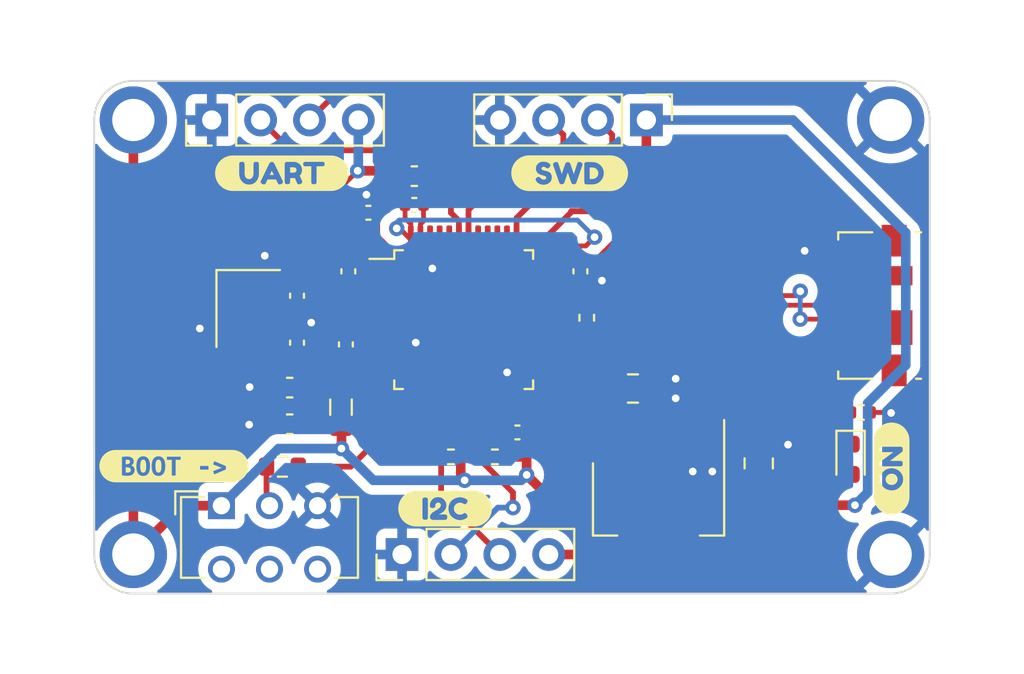
<source format=kicad_pcb>
(kicad_pcb (version 20221018) (generator pcbnew)
  (layers (0 "F.Cu" signal) (31 "B.Cu" signal) (34 "B.Paste" user) (35 "F.Paste" user) (36 "B.SilkS" user "B.Silkscreen") (37 "F.SilkS" user "F.Silkscreen") (38 "B.Mask" user) (39 "F.Mask" user) (44 "Edge.Cuts" user))
  (net 0 "")
  (net 1 "+3.3V")
  (net 2 "GND")
  (net 3 "/NRST")
  (net 4 "+3.3VA")
  (net 5 "/Crystal_OUT")
  (net 6 "/Crystal_IN")
  (net 7 "VBUS")
  (net 8 "/pwr_led_k")
  (net 9 "/USB_D-")
  (net 10 "/USB_D+")
  (net 13 "/SWDIO")
  (net 14 "/SWCLK")
  (net 15 "/USART_RX")
  (net 16 "/USART_TX")
  (net 17 "/I2C_SDA")
  (net 18 "/I2C_SCL")
  (net 19 "Net-(SW1-B)")
  (net 20 "Net-(U1-BOOT0)")
  (footprint "Resistor_SMD:R_0402_1005Metric" (layer "F.Cu") (at 110.744 93.218 180)
    (fp_text reference "R5" hide)
    (fp_text value "1k5")
    (pad "1" smd roundrect (at -0.51 0 180) (size 0.54 0.64) (layers "F.Cu" "F.Paste" "F.Mask") (net 1 "+3.3V"))
    (pad "2" smd roundrect (at 0.51 0 180) (size 0.54 0.64) (layers "F.Cu" "F.Paste" "F.Mask") (net 17 "/I2C_SDA"))
  )
  (footprint "Connector_PinHeader_2.54mm:PinHeader_1x04_P2.54mm_Vertical" (layer "F.Cu") (at 105.918 98.298 90)
    (fp_text reference "J4" hide)
    (fp_text value "Conn_01x04_Pin")
    (pad "1" thru_hole rect (at 0 0 90) (size 1.7 1.7) (drill 1) (layers "*.Cu" "*.Mask") (net 2 "GND"))
    (pad "2" thru_hole oval (at 0 2.54 90) (size 1.7 1.7) (drill 1) (layers "*.Cu" "*.Mask") (net 17 "/I2C_SDA"))
    (pad "3" thru_hole oval (at 0 5.08 90) (size 1.7 1.7) (drill 1) (layers "*.Cu" "*.Mask") (net 18 "/I2C_SCL"))
    (pad "4" thru_hole oval (at 0 7.62 90) (size 1.7 1.7) (drill 1) (layers "*.Cu" "*.Mask") (net 1 "+3.3V"))
  )
  (footprint "MountingHole:MountingHole_2.2mm_M2_ISO7380_Pad" (layer "F.Cu") (at 131.318 75.692)
    (fp_text reference "H3" hide)
    (fp_text value "MountingHole_Pad")
    (pad "1" thru_hole circle (at 0 0) (size 3.5 3.5) (drill 2.2) (layers "*.Cu" "*.Mask") (net 2 "GND"))
  )
  (footprint "Connector_USB:USB_Micro-B_Molex_47346-0001" (layer "F.Cu") (at 130.302 85.344 90)
    (fp_text reference "J1" hide)
    (fp_text value "USB_B_Micro")
    (pad "1" smd rect (at -1.3 -1.46 90) (size 0.45 1.38) (layers "F.Cu" "F.Paste" "F.Mask") (net 7 "VBUS"))
    (pad "2" smd rect (at -0.65 -1.46 90) (size 0.45 1.38) (layers "F.Cu" "F.Paste" "F.Mask") (net 9 "/USB_D-"))
    (pad "3" smd rect (at 0 -1.46 90) (size 0.45 1.38) (layers "F.Cu" "F.Paste" "F.Mask") (net 10 "/USB_D+"))
    (pad "4" smd rect (at 0.65 -1.46 90) (size 0.45 1.38) (layers "F.Cu" "F.Paste" "F.Mask"))
    (pad "5" smd rect (at 1.3 -1.46 90) (size 0.45 1.38) (layers "F.Cu" "F.Paste" "F.Mask") (net 2 "GND"))
    (pad "6" smd rect (at -3.375 1.2 90) (size 1.65 1.3) (layers "F.Cu" "F.Paste" "F.Mask"))
    (pad "6" smd rect (at -2.4875 -1.375 90) (size 1.425 1.55) (layers "F.Cu" "F.Paste" "F.Mask"))
    (pad "6" smd rect (at -1.15 1.2 90) (size 1.8 1.9) (layers "F.Cu" "F.Paste" "F.Mask"))
    (pad "6" smd rect (at 1.55 1.2 90) (size 1 1.9) (layers "F.Cu" "F.Paste" "F.Mask"))
    (pad "6" smd rect (at 2.4875 -1.375 90) (size 1.425 1.55) (layers "F.Cu" "F.Paste" "F.Mask"))
    (pad "6" smd rect (at 3.375 1.2 90) (size 1.65 1.3) (layers "F.Cu" "F.Paste" "F.Mask"))
  )
  (footprint "Resistor_SMD:R_0402_1005Metric" (layer "F.Cu") (at 129.7686 90.9066)
    (fp_text reference "R3" hide)
    (fp_text value "1k5")
    (pad "1" smd roundrect (at -0.51 0) (size 0.54 0.64) (layers "F.Cu" "F.Paste" "F.Mask") (net 8 "/pwr_led_k"))
    (pad "2" smd roundrect (at 0.51 0) (size 0.54 0.64) (layers "F.Cu" "F.Paste" "F.Mask") (net 2 "GND"))
  )
  (footprint "Capacitor_SMD:C_0402_1005Metric" (layer "F.Cu") (at 115.189 83.566 -90)
    (fp_text reference "C3" hide)
    (fp_text value "100n")
    (pad "1" smd roundrect (at -0.48 0 270) (size 0.56 0.62) (layers "F.Cu" "F.Paste" "F.Mask") (net 1 "+3.3V"))
    (pad "2" smd roundrect (at 0.48 0 270) (size 0.56 0.62) (layers "F.Cu" "F.Paste" "F.Mask") (net 2 "GND"))
  )
  (footprint "Inductor_SMD:L_0805_2012Metric" (layer "F.Cu") (at 102.743 90.6315 -90)
    (fp_text reference "FB1" hide)
    (fp_text value "120R")
    (pad "1" smd roundrect (at -1.0625 0 270) (size 0.875 1.2) (layers "F.Cu" "F.Paste" "F.Mask") (net 4 "+3.3VA"))
    (pad "2" smd roundrect (at 1.0625 0 270) (size 0.875 1.2) (layers "F.Cu" "F.Paste" "F.Mask") (net 1 "+3.3V"))
  )
  (footprint "Capacitor_SMD:C_0603_1608Metric" (layer "F.Cu") (at 100.076 89.6155 180)
    (fp_text reference "C8" hide)
    (fp_text value "1u")
    (pad "1" smd roundrect (at -0.775 0 180) (size 0.9 0.95) (layers "F.Cu" "F.Paste" "F.Mask") (net 4 "+3.3VA"))
    (pad "2" smd roundrect (at 0.775 0 180) (size 0.9 0.95) (layers "F.Cu" "F.Paste" "F.Mask") (net 2 "GND"))
  )
  (footprint "Capacitor_SMD:C_0603_1608Metric" (layer "F.Cu") (at 100.076 91.5205 180)
    (fp_text reference "C9" hide)
    (fp_text value "1u")
    (pad "1" smd roundrect (at -0.775 0 180) (size 0.9 0.95) (layers "F.Cu" "F.Paste" "F.Mask") (net 1 "+3.3V"))
    (pad "2" smd roundrect (at 0.775 0 180) (size 0.9 0.95) (layers "F.Cu" "F.Paste" "F.Mask") (net 2 "GND"))
  )
  (footprint "kibuzzard-653AD947" (layer "F.Cu") (at 114.6302 78.4606)
    (fp_text reference "kibuzzard-653AD947" hide)
    (fp_text value "G***" hide)
  )
  (footprint "Package_QFP:LQFP-48_7x7mm_P0.5mm" (layer "F.Cu") (at 109.1215 86.078)
    (fp_text reference "U1" hide)
    (fp_text value "STM32F103C8T6")
    (pad "1" smd roundrect (at -4.1625 -2.75) (size 1.475 0.3) (layers "F.Cu" "F.Paste" "F.Mask") (net 1 "+3.3V"))
    (pad "2" smd roundrect (at -4.1625 -2.25) (size 1.475 0.3) (layers "F.Cu" "F.Paste" "F.Mask"))
    (pad "3" smd roundrect (at -4.1625 -1.75) (size 1.475 0.3) (layers "F.Cu" "F.Paste" "F.Mask"))
    (pad "4" smd roundrect (at -4.1625 -1.25) (size 1.475 0.3) (layers "F.Cu" "F.Paste" "F.Mask"))
    (pad "5" smd roundrect (at -4.1625 -0.75) (size 1.475 0.3) (layers "F.Cu" "F.Paste" "F.Mask") (net 6 "/Crystal_IN"))
    (pad "6" smd roundrect (at -4.1625 -0.25) (size 1.475 0.3) (layers "F.Cu" "F.Paste" "F.Mask") (net 5 "/Crystal_OUT"))
    (pad "7" smd roundrect (at -4.1625 0.25) (size 1.475 0.3) (layers "F.Cu" "F.Paste" "F.Mask") (net 3 "/NRST"))
    (pad "8" smd roundrect (at -4.1625 0.75) (size 1.475 0.3) (layers "F.Cu" "F.Paste" "F.Mask") (net 2 "GND"))
    (pad "9" smd roundrect (at -4.1625 1.25) (size 1.475 0.3) (layers "F.Cu" "F.Paste" "F.Mask") (net 4 "+3.3VA"))
    (pad "10" smd roundrect (at -4.1625 1.75) (size 1.475 0.3) (layers "F.Cu" "F.Paste" "F.Mask"))
    (pad "11" smd roundrect (at -4.1625 2.25) (size 1.475 0.3) (layers "F.Cu" "F.Paste" "F.Mask"))
    (pad "12" smd roundrect (at -4.1625 2.75) (size 1.475 0.3) (layers "F.Cu" "F.Paste" "F.Mask"))
    (pad "13" smd roundrect (at -2.75 4.1625) (size 0.3 1.475) (layers "F.Cu" "F.Paste" "F.Mask"))
    (pad "14" smd roundrect (at -2.25 4.1625) (size 0.3 1.475) (layers "F.Cu" "F.Paste" "F.Mask"))
    (pad "15" smd roundrect (at -1.75 4.1625) (size 0.3 1.475) (layers "F.Cu" "F.Paste" "F.Mask"))
    (pad "16" smd roundrect (at -1.25 4.1625) (size 0.3 1.475) (layers "F.Cu" "F.Paste" "F.Mask"))
    (pad "17" smd roundrect (at -0.75 4.1625) (size 0.3 1.475) (layers "F.Cu" "F.Paste" "F.Mask"))
    (pad "18" smd roundrect (at -0.25 4.1625) (size 0.3 1.475) (layers "F.Cu" "F.Paste" "F.Mask"))
    (pad "19" smd roundrect (at 0.25 4.1625) (size 0.3 1.475) (layers "F.Cu" "F.Paste" "F.Mask"))
    (pad "20" smd roundrect (at 0.75 4.1625) (size 0.3 1.475) (layers "F.Cu" "F.Paste" "F.Mask"))
    (pad "21" smd roundrect (at 1.25 4.1625) (size 0.3 1.475) (layers "F.Cu" "F.Paste" "F.Mask") (net 18 "/I2C_SCL"))
    (pad "22" smd roundrect (at 1.75 4.1625) (size 0.3 1.475) (layers "F.Cu" "F.Paste" "F.Mask") (net 17 "/I2C_SDA"))
    (pad "23" smd roundrect (at 2.25 4.1625) (size 0.3 1.475) (layers "F.Cu" "F.Paste" "F.Mask") (net 2 "GND"))
    (pad "24" smd roundrect (at 2.75 4.1625) (size 0.3 1.475) (layers "F.Cu" "F.Paste" "F.Mask") (net 1 "+3.3V"))
    (pad "25" smd roundrect (at 4.1625 2.75) (size 1.475 0.3) (layers "F.Cu" "F.Paste" "F.Mask"))
    (pad "26" smd roundrect (at 4.1625 2.25) (size 1.475 0.3) (layers "F.Cu" "F.Paste" "F.Mask"))
    (pad "27" smd roundrect (at 4.1625 1.75) (size 1.475 0.3) (layers "F.Cu" "F.Paste" "F.Mask"))
    (pad "28" smd roundrect (at 4.1625 1.25) (size 1.475 0.3) (layers "F.Cu" "F.Paste" "F.Mask"))
    (pad "29" smd roundrect (at 4.1625 0.75) (size 1.475 0.3) (layers "F.Cu" "F.Paste" "F.Mask"))
    (pad "30" smd roundrect (at 4.1625 0.25) (size 1.475 0.3) (layers "F.Cu" "F.Paste" "F.Mask"))
    (pad "31" smd roundrect (at 4.1625 -0.25) (size 1.475 0.3) (layers "F.Cu" "F.Paste" "F.Mask"))
    (pad "32" smd roundrect (at 4.1625 -0.75) (size 1.475 0.3) (layers "F.Cu" "F.Paste" "F.Mask") (net 10 "/USB_D+"))
    (pad "33" smd roundrect (at 4.1625 -1.25) (size 1.475 0.3) (layers "F.Cu" "F.Paste" "F.Mask") (net 9 "/USB_D-"))
    (pad "34" smd roundrect (at 4.1625 -1.75) (size 1.475 0.3) (layers "F.Cu" "F.Paste" "F.Mask") (net 13 "/SWDIO"))
    (pad "35" smd roundrect (at 4.1625 -2.25) (size 1.475 0.3) (layers "F.Cu" "F.Paste" "F.Mask") (net 2 "GND"))
    (pad "36" smd roundrect (at 4.1625 -2.75) (size 1.475 0.3) (layers "F.Cu" "F.Paste" "F.Mask") (net 1 "+3.3V"))
    (pad "37" smd roundrect (at 2.75 -4.1625) (size 0.3 1.475) (layers "F.Cu" "F.Paste" "F.Mask") (net 14 "/SWCLK"))
    (pad "38" smd roundrect (at 2.25 -4.1625) (size 0.3 1.475) (layers "F.Cu" "F.Paste" "F.Mask"))
    (pad "39" smd roundrect (at 1.75 -4.1625) (size 0.3 1.475) (layers "F.Cu" "F.Paste" "F.Mask"))
    (pad "40" smd roundrect (at 1.25 -4.1625) (size 0.3 1.475) (layers "F.Cu" "F.Paste" "F.Mask"))
    (pad "41" smd roundrect (at 0.75 -4.1625) (size 0.3 1.475) (layers "F.Cu" "F.Paste" "F.Mask"))
    (pad "42" smd roundrect (at 0.25 -4.1625) (size 0.3 1.475) (layers "F.Cu" "F.Paste" "F.Mask") (net 16 "/USART_TX"))
    (pad "43" smd roundrect (at -0.25 -4.1625) (size 0.3 1.475) (layers "F.Cu" "F.Paste" "F.Mask") (net 15 "/USART_RX"))
    (pad "44" smd roundrect (at -0.75 -4.1625) (size 0.3 1.475) (layers "F.Cu" "F.Paste" "F.Mask") (net 20 "Net-(U1-BOOT0)"))
    (pad "45" smd roundrect (at -1.25 -4.1625) (size 0.3 1.475) (layers "F.Cu" "F.Paste" "F.Mask"))
    (pad "46" smd roundrect (at -1.75 -4.1625) (size 0.3 1.475) (layers "F.Cu" "F.Paste" "F.Mask"))
    (pad "47" smd roundrect (at -2.25 -4.1625) (size 0.3 1.475) (layers "F.Cu" "F.Paste" "F.Mask") (net 2 "GND"))
    (pad "48" smd roundrect (at -2.75 -4.1625) (size 0.3 1.475) (layers "F.Cu" "F.Paste" "F.Mask") (net 1 "+3.3V"))
  )
  (footprint "Capacitor_SMD:C_0402_1005Metric" (layer "F.Cu") (at 100.457 87.277 90)
    (fp_text reference "C10" hide)
    (fp_text value "10p")
    (pad "1" smd roundrect (at -0.48 0 90) (size 0.56 0.62) (layers "F.Cu" "F.Paste" "F.Mask") (net 5 "/Crystal_OUT"))
    (pad "2" smd roundrect (at 0.48 0 90) (size 0.56 0.62) (layers "F.Cu" "F.Paste" "F.Mask") (net 2 "GND"))
  )
  (footprint "kibuzzard-653AD9F9" (layer "F.Cu") (at 131.3688 93.8276 90)
    (fp_text reference "kibuzzard-653AD9F9" hide)
    (fp_text value "G***" hide)
  )
  (footprint "Capacitor_SMD:C_0805_2012Metric" (layer "F.Cu") (at 117.922 89.662)
    (fp_text reference "C12" hide)
    (fp_text value "22u")
    (pad "1" smd roundrect (at -0.95 0) (size 1 1.45) (layers "F.Cu" "F.Paste" "F.Mask") (net 7 "VBUS"))
    (pad "2" smd roundrect (at 0.95 0) (size 1 1.45) (layers "F.Cu" "F.Paste" "F.Mask") (net 2 "GND"))
  )
  (footprint "Capacitor_SMD:C_0402_1005Metric" (layer "F.Cu") (at 102.997 87.368 90)
    (fp_text reference "C7" hide)
    (fp_text value "10n")
    (pad "1" smd roundrect (at -0.48 0 90) (size 0.56 0.62) (layers "F.Cu" "F.Paste" "F.Mask") (net 4 "+3.3VA"))
    (pad "2" smd roundrect (at 0.48 0 90) (size 0.56 0.62) (layers "F.Cu" "F.Paste" "F.Mask") (net 2 "GND"))
  )
  (footprint "Resistor_SMD:R_0603_1608Metric" (layer "F.Cu") (at 99.695 93.726)
    (fp_text reference "R1" hide)
    (fp_text value "10K")
    (pad "1" smd roundrect (at -0.825 0) (size 0.8 0.95) (layers "F.Cu" "F.Paste" "F.Mask") (net 19 "Net-(SW1-B)"))
    (pad "2" smd roundrect (at 0.825 0) (size 0.8 0.95) (layers "F.Cu" "F.Paste" "F.Mask") (net 20 "Net-(U1-BOOT0)"))
  )
  (footprint "Resistor_SMD:R_0402_1005Metric" (layer "F.Cu") (at 115.5192 85.979 90)
    (fp_text reference "R2" hide)
    (fp_text value "1k5")
    (pad "1" smd roundrect (at -0.51 0 90) (size 0.54 0.64) (layers "F.Cu" "F.Paste" "F.Mask") (net 1 "+3.3V"))
    (pad "2" smd roundrect (at 0.51 0 90) (size 0.54 0.64) (layers "F.Cu" "F.Paste" "F.Mask") (net 10 "/USB_D+"))
  )
  (footprint "kibuzzard-653AD99E" (layer "F.Cu") (at 108.1532 95.9104)
    (fp_text reference "kibuzzard-653AD99E" hide)
    (fp_text value "G***" hide)
  )
  (footprint "LED_SMD:LED_0603_1608Metric" (layer "F.Cu") (at 129.2352 93.3451 -90)
    (fp_text reference "D1" hide)
    (fp_text value "LED")
    (pad "1" smd roundrect (at -0.7875 0 270) (size 0.875 0.95) (layers "F.Cu" "F.Paste" "F.Mask") (net 8 "/pwr_led_k"))
    (pad "2" smd roundrect (at 0.7875 0 270) (size 0.875 0.95) (layers "F.Cu" "F.Paste" "F.Mask") (net 1 "+3.3V"))
  )
  (footprint "Capacitor_SMD:C_0402_1005Metric" (layer "F.Cu") (at 100.457 84.836 90)
    (fp_text reference "C11" hide)
    (fp_text value "10p")
    (pad "1" smd roundrect (at -0.48 0 90) (size 0.56 0.62) (layers "F.Cu" "F.Paste" "F.Mask") (net 6 "/Crystal_IN"))
    (pad "2" smd roundrect (at 0.48 0 90) (size 0.56 0.62) (layers "F.Cu" "F.Paste" "F.Mask") (net 2 "GND"))
  )
  (footprint "Connector_PinHeader_2.54mm:PinHeader_1x04_P2.54mm_Vertical" (layer "F.Cu") (at 96.022 75.692 90)
    (fp_text reference "J3" hide)
    (fp_text value "Conn_01x04_Pin")
    (pad "1" thru_hole rect (at 0 0 90) (size 1.7 1.7) (drill 1) (layers "*.Cu" "*.Mask") (net 2 "GND"))
    (pad "2" thru_hole oval (at 0 2.54 90) (size 1.7 1.7) (drill 1) (layers "*.Cu" "*.Mask") (net 15 "/USART_RX"))
    (pad "3" thru_hole oval (at 0 5.08 90) (size 1.7 1.7) (drill 1) (layers "*.Cu" "*.Mask") (net 16 "/USART_TX"))
    (pad "4" thru_hole oval (at 0 7.62 90) (size 1.7 1.7) (drill 1) (layers "*.Cu" "*.Mask") (net 1 "+3.3V"))
  )
  (footprint "Capacitor_SMD:C_0402_1005Metric" (layer "F.Cu") (at 111.915 91.948 180)
    (fp_text reference "C1" hide)
    (fp_text value "100n")
    (pad "1" smd roundrect (at -0.48 0 180) (size 0.56 0.62) (layers "F.Cu" "F.Paste" "F.Mask") (net 1 "+3.3V"))
    (pad "2" smd roundrect (at 0.48 0 180) (size 0.56 0.62) (layers "F.Cu" "F.Paste" "F.Mask") (net 2 "GND"))
  )
  (footprint "Package_TO_SOT_SMD:SOT-223-3_TabPin2" (layer "F.Cu") (at 119.253 95.402 -90)
    (fp_text reference "U2" hide)
    (fp_text value "AMS1117-3.3")
    (pad "1" smd rect (at -3.15 -2.3 270) (size 2 1.5) (layers "F.Cu" "F.Paste" "F.Mask") (net 2 "GND"))
    (pad "2" smd rect (at -3.15 0 270) (size 2 1.5) (layers "F.Cu" "F.Paste" "F.Mask") (net 1 "+3.3V"))
    (pad "2" smd rect (at 3.15 0 270) (size 2 3.8) (layers "F.Cu" "F.Paste" "F.Mask") (net 1 "+3.3V"))
    (pad "3" smd rect (at -3.15 2.3 270) (size 2 1.5) (layers "F.Cu" "F.Paste" "F.Mask") (net 7 "VBUS"))
  )
  (footprint "MountingHole:MountingHole_2.2mm_M2_ISO7380_Pad" (layer "F.Cu") (at 131.318 98.298)
    (fp_text reference "H4" hide)
    (fp_text value "MountingHole_Pad")
    (pad "1" thru_hole circle (at 0 0) (size 3.5 3.5) (drill 2.2) (layers "*.Cu" "*.Mask") (net 2 "GND"))
  )
  (footprint "Capacitor_SMD:C_0402_1005Metric" (layer "F.Cu") (at 104.168 80.518 180)
    (fp_text reference "C6" hide)
    (fp_text value "100n")
    (pad "1" smd roundrect (at -0.48 0 180) (size 0.56 0.62) (layers "F.Cu" "F.Paste" "F.Mask") (net 3 "/NRST"))
    (pad "2" smd roundrect (at 0.48 0 180) (size 0.56 0.62) (layers "F.Cu" "F.Paste" "F.Mask") (net 2 "GND"))
  )
  (footprint "Resistor_SMD:R_0402_1005Metric" (layer "F.Cu") (at 108.458 93.218 180)
    (fp_text reference "R4" hide)
    (fp_text value "1k5")
    (pad "1" smd roundrect (at -0.51 0 180) (size 0.54 0.64) (layers "F.Cu" "F.Paste" "F.Mask") (net 1 "+3.3V"))
    (pad "2" smd roundrect (at 0.51 0 180) (size 0.54 0.64) (layers "F.Cu" "F.Paste" "F.Mask") (net 18 "/I2C_SCL"))
  )
  (footprint "Crystal:Crystal_SMD_3225-4Pin_3.2x2.5mm" (layer "F.Cu") (at 97.917 85.499 -90)
    (fp_text reference "Y1" hide)
    (fp_text value "16MHz")
    (pad "1" smd rect (at -1.1 0.85 270) (size 1.4 1.2) (layers "F.Cu" "F.Paste" "F.Mask") (net 6 "/Crystal_IN"))
    (pad "2" smd rect (at 1.1 0.85 270) (size 1.4 1.2) (layers "F.Cu" "F.Paste" "F.Mask") (net 2 "GND"))
    (pad "3" smd rect (at 1.1 -0.85 270) (size 1.4 1.2) (layers "F.Cu" "F.Paste" "F.Mask") (net 5 "/Crystal_OUT"))
    (pad "4" smd rect (at -1.1 -0.85 270) (size 1.4 1.2) (layers "F.Cu" "F.Paste" "F.Mask") (net 2 "GND"))
  )
  (footprint "Button_Switch_THT:SW_CuK_JS202011AQN_DPDT_Angled" (layer "F.Cu") (at 96.5255 95.76)
    (fp_text reference "SW1" hide)
    (fp_text value "SW_SPDT")
    (pad "1" thru_hole rect (at 0 0) (size 1.4 1.4) (drill 0.9) (layers "*.Cu" "*.Mask") (net 1 "+3.3V"))
    (pad "2" thru_hole circle (at 2.5 0) (size 1.4 1.4) (drill 0.9) (layers "*.Cu" "*.Mask") (net 19 "Net-(SW1-B)"))
    (pad "3" thru_hole circle (at 5 0) (size 1.4 1.4) (drill 0.9) (layers "*.Cu" "*.Mask") (net 2 "GND"))
    (pad "4" thru_hole circle (at 0 3.3) (size 1.4 1.4) (drill 0.9) (layers "*.Cu" "*.Mask"))
    (pad "5" thru_hole circle (at 2.5 3.3) (size 1.4 1.4) (drill 0.9) (layers "*.Cu" "*.Mask"))
    (pad "6" thru_hole circle (at 5 3.3) (size 1.4 1.4) (drill 0.9) (layers "*.Cu" "*.Mask"))
  )
  (footprint "Capacitor_SMD:C_0402_1005Metric" (layer "F.Cu") (at 103.124 83.566 -90)
    (fp_text reference "C4" hide)
    (fp_text value "100n")
    (pad "1" smd roundrect (at -0.48 0 270) (size 0.56 0.62) (layers "F.Cu" "F.Paste" "F.Mask") (net 1 "+3.3V"))
    (pad "2" smd roundrect (at 0.48 0 270) (size 0.56 0.62) (layers "F.Cu" "F.Paste" "F.Mask") (net 2 "GND"))
  )
  (footprint "MountingHole:MountingHole_2.2mm_M2_ISO7380_Pad" (layer "F.Cu") (at 91.948 98.298)
    (fp_text reference "H2" hide)
    (fp_text value "MountingHole_Pad")
    (pad "1" thru_hole circle (at 0 0) (size 3.5 3.5) (drill 2.2) (layers "*.Cu" "*.Mask") (net 1 "+3.3V"))
  )
  (footprint "MountingHole:MountingHole_2.2mm_M2_ISO7380_Pad" (layer "F.Cu") (at 91.948 75.692)
    (fp_text reference "H1" hide)
    (fp_text value "MountingHole_Pad")
    (pad "1" thru_hole circle (at 0 0) (size 3.5 3.5) (drill 2.2) (layers "*.Cu" "*.Mask") (net 1 "+3.3V"))
  )
  (footprint "kibuzzard-653ADAE2" (layer "F.Cu") (at 94.0562 93.7006)
    (fp_text reference "kibuzzard-653ADAE2" hide)
    (fp_text value "G***" hide)
  )
  (footprint "Connector_PinHeader_2.54mm:PinHeader_1x04_P2.54mm_Vertical" (layer "F.Cu") (at 118.618 75.692 -90)
    (fp_text reference "J2" hide)
    (fp_text value "Conn_01x04_Pin")
    (pad "1" thru_hole rect (at 0 0 270) (size 1.7 1.7) (drill 1) (layers "*.Cu" "*.Mask") (net 1 "+3.3V"))
    (pad "2" thru_hole oval (at 0 2.54 270) (size 1.7 1.7) (drill 1) (layers "*.Cu" "*.Mask") (net 13 "/SWDIO"))
    (pad "3" thru_hole oval (at 0 5.08 270) (size 1.7 1.7) (drill 1) (layers "*.Cu" "*.Mask") (net 14 "/SWCLK"))
    (pad "4" thru_hole oval (at 0 7.62 270) (size 1.7 1.7) (drill 1) (layers "*.Cu" "*.Mask") (net 2 "GND"))
  )
  (footprint "Capacitor_SMD:C_0402_1005Metric" (layer "F.Cu") (at 106.553 80.109)
    (fp_text reference "C2" hide)
    (fp_text value "100n")
    (pad "1" smd roundrect (at -0.48 0) (size 0.56 0.62) (layers "F.Cu" "F.Paste" "F.Mask") (net 1 "+3.3V"))
    (pad "2" smd roundrect (at 0.48 0) (size 0.56 0.62) (layers "F.Cu" "F.Paste" "F.Mask") (net 2 "GND"))
  )
  (footprint "Capacitor_SMD:C_0603_1608Metric" (layer "F.Cu") (at 106.553 78.613)
    (fp_text reference "C5" hide)
    (fp_text value "10u")
    (pad "1" smd roundrect (at -0.775 0) (size 0.9 0.95) (layers "F.Cu" "F.Paste" "F.Mask") (net 1 "+3.3V"))
    (pad "2" smd roundrect (at 0.775 0) (size 0.9 0.95) (layers "F.Cu" "F.Paste" "F.Mask") (net 2 "GND"))
  )
  (footprint "kibuzzard-653AD972" (layer "F.Cu") (at 99.6696 78.4606)
    (fp_text reference "kibuzzard-653AD972" hide)
    (fp_text value "G***" hide)
  )
  (footprint "Capacitor_SMD:C_0805_2012Metric" (layer "F.Cu") (at 124.46 93.558 90)
    (fp_text reference "C13" hide)
    (fp_text value "22u")
    (pad "1" smd roundrect (at -0.95 0 90) (size 1 1.45) (layers "F.Cu" "F.Paste" "F.Mask") (net 1 "+3.3V"))
    (pad "2" smd roundrect (at 0.95 0 90) (size 1 1.45) (layers "F.Cu" "F.Paste" "F.Mask") (net 2 "GND"))
  )
  (gr_line (start 133.35 75.692) (end 133.35 98.298) (stroke (width 0.1)) (layer "Edge.Cuts"))
  (gr_arc (start 89.912036 75.692) (mid 90.464134 74.29798) (end 91.821 73.660001) (stroke (width 0.1)) (layer "Edge.Cuts"))
  (gr_arc (start 91.860841 100.33) (mid 90.479346 99.705009) (end 89.914132 98.298) (stroke (width 0.1)) (layer "Edge.Cuts"))
  (gr_arc (start 131.445 73.660001) (mid 132.801866 74.29798) (end 133.353964 75.692) (stroke (width 0.1)) (layer "Edge.Cuts"))
  (gr_line (start 91.821 73.66) (end 131.445 73.66) (stroke (width 0.1)) (layer "Edge.Cuts"))
  (gr_line (start 89.914132 98.298) (end 89.912036 75.692) (stroke (width 0.1)) (layer "Edge.Cuts"))
  (gr_line (start 131.318 100.33) (end 91.860841 100.33) (stroke (width 0.1)) (layer "Edge.Cuts"))
  (gr_arc (start 133.35 98.298) (mid 132.754841 99.734841) (end 131.318 100.33) (stroke (width 0.1)) (layer "Edge.Cuts"))
  (segment (start 101.0245 91.694) (end 100.851 91.5205) (width 0.5) (layer "F.Cu") (net 1))
  (segment (start 104.156 83.328) (end 103.914 83.086) (width 0.25) (layer "F.Cu") (net 1))
  (segment (start 96.5255 95.76) (end 94.486 95.76) (width 0.5) (layer "F.Cu") (net 1))
  (segment (start 123.718 95.25) (end 119.38 95.25) (width 0.5) (layer "F.Cu") (net 1))
  (segment (start 115.5192 89.916) (end 113.4872 91.948) (width 0.5) (layer "F.Cu") (net 1))
  (segment (start 115.5192 86.489) (end 115.5192 89.916) (width 0.5) (layer "F.Cu") (net 1))
  (segment (start 127.4572 95.7326) (end 126.8476 95.123) (width 0.5) (layer "F.Cu") (net 1))
  (segment (start 119.253 95.123) (end 119.253 92.252) (width 0.5) (layer "F.Cu") (net 1))
  (segment (start 118.618 80.518) (end 116.05 83.086) (width 0.5) (layer "F.Cu") (net 1))
  (segment (start 113.538 98.298) (end 118.999 98.298) (width 0.5) (layer "F.Cu") (net 1))
  (segment (start 125.7808 96.4184) (end 114.6556 96.4184) (width 0.5) (layer "F.Cu") (net 1))
  (segment (start 108.968 93.218) (end 108.968 94.236) (width 0.5) (layer "F.Cu") (net 1))
  (segment (start 124.46 94.508) (end 126.8476 94.508) (width 0.5) (layer "F.Cu") (net 1))
  (segment (start 108.968 94.236) (end 109.1692 94.4372) (width 0.5) (layer "F.Cu") (net 1))
  (segment (start 105.7868 81.3308) (end 106.3715 81.9155) (width 0.25) (layer "F.Cu") (net 1))
  (segment (start 119.253 95.123) (end 119.253 98.552) (width 0.5) (layer "F.Cu") (net 1))
  (segment (start 104.959 82.8864) (end 103.5304 81.4578) (width 0.25) (layer "F.Cu") (net 1))
  (segment (start 116.05 83.086) (end 115.189 83.086) (width 0.5) (layer "F.Cu") (net 1))
  (segment (start 115.4684 82.2452) (end 114.3668 82.2452) (width 0.25) (layer "F.Cu") (net 1))
  (segment (start 105.778 78.613) (end 105.778 79.814) (width 0.5) (layer "F.Cu") (net 1))
  (segment (start 114.3668 82.2452) (end 113.284 83.328) (width 0.25) (layer "F.Cu") (net 1))
  (segment (start 114.272 83.086) (end 115.189 83.086) (width 0.25) (layer "F.Cu") (net 1))
  (segment (start 106.073 80.8) (end 106.073 80.109) (width 0.25) (layer "F.Cu") (net 1))
  (segment (start 118.999 98.298) (end 119.253 98.552) (width 0.5) (layer "F.Cu") (net 1))
  (segment (start 126.8476 95.3516) (end 125.7808 96.4184) (width 0.5) (layer "F.Cu") (net 1))
  (segment (start 128.8598 94.508) (end 129.2352 94.1326) (width 0.5) (layer "F.Cu") (net 1))
  (segment (start 113.284 83.328) (end 114.03 83.328) (width 0.25) (layer "F.Cu") (net 1))
  (segment (start 102.87 81.4578) (end 102.87 79.0702) (width 0.25) (layer "F.Cu") (net 1))
  (segment (start 105.778 79.814) (end 106.073 80.109) (width 0.5) (layer "F.Cu") (net 1))
  (segment (start 112.395 94.1578) (end 112.395 93.2688) (width 0.5) (layer "F.Cu") (net 1))
  (segment (start 102.743 91.694) (end 101.0245 91.694) (width 0.5) (layer "F.Cu") (net 1))
  (segment (start 112.395 93.2688) (end 112.395 91.948) (width 0.5) (layer "F.Cu") (net 1))
  (segment (start 126.8476 94.508) (end 128.8598 94.508) (width 0.5) (layer "F.Cu") (net 1))
  (segment (start 111.8715 91.0435) (end 112.395 91.567) (width 0.3) (layer "F.Cu") (net 1))
  (segment (start 126.8476 94.508) (end 126.8476 95.123) (width 0.5) (layer "F.Cu") (net 1))
  (segment (start 103.6066 78.3336) (end 105.4986 78.3336) (width 0.5) (layer "F.Cu") (net 1))
  (segment (start 106.3715 81.0985) (end 106.073 80.8) (width 0.25) (layer "F.Cu") (net 1))
  (segment (start 105.4986 78.3336) (end 105.778 78.613) (width 0.5) (layer "F.Cu") (net 1))
  (segment (start 111.254 93.218) (end 112.3442 93.218) (width 0.5) (layer "F.Cu") (net 1))
  (segment (start 126.8476 95.123) (end 126.8476 95.3516) (width 0.5) (layer "F.Cu") (net 1))
  (segment (start 129.4638 95.7326) (end 127.4572 95.7326) (width 0.5) (layer "F.Cu") (net 1))
  (segment (start 113.8776 83.328) (end 113.284 83.328) (width 0.25) (layer "F.Cu") (net 1))
  (segment (start 102.7684 92.7862) (end 102.7684 91.7194) (width 0.5) (layer "F.Cu") (net 1))
  (segment (start 115.9256 81.788) (end 115.4684 82.2452) (width 0.25) (layer "F.Cu") (net 1))
  (segment (start 103.5304 81.4578) (end 102.87 81.4578) (width 0.25) (layer "F.Cu") (net 1))
  (segment (start 102.87 79.0702) (end 103.6066 78.3336) (width 0.25) (layer "F.Cu") (net 1))
  (segment (start 114.6556 96.4184) (end 112.395 94.1578) (width 0.5) (layer "F.Cu") (net 1))
  (segment (start 114.03 83.328) (end 114.272 83.086) (width 0.25) (layer "F.Cu") (net 1))
  (segment (start 102.7684 91.7194) (end 102.743 91.694) (width 0.5) (layer "F.Cu") (net 1))
  (segment (start 119.38 95.25) (end 119.253 95.123) (width 0.5) (layer "F.Cu") (net 1))
  (segment (start 113.4872 91.948) (end 112.395 91.948) (width 0.5) (layer "F.Cu") (net 1))
  (segment (start 118.618 75.692) (end 118.618 80.518) (width 0.5) (layer "F.Cu") (net 1))
  (segment (start 105.6386 81.3308) (end 105.7868 81.3308) (width 0.25) (layer "F.Cu") (net 1))
  (segment (start 112.395 91.567) (end 112.395 91.948) (width 0.3) (layer "F.Cu") (net 1))
  (segment (start 106.3715 81.9155) (end 106.3715 81.0985) (width 0.25) (layer "F.Cu") (net 1))
  (segment (start 94.486 95.76) (end 91.948 98.298) (width 0.5) (layer "F.Cu") (net 1))
  (segment (start 124.46 94.508) (end 123.718 95.25) (width 0.5) (layer "F.Cu") (net 1))
  (segment (start 112.3442 93.218) (end 112.395 93.2688) (width 0.5) (layer "F.Cu") (net 1))
  (segment (start 104.959 83.328) (end 104.959 82.8864) (width 0.25) (layer "F.Cu") (net 1))
  (segment (start 103.914 83.086) (end 103.124 83.086) (width 0.25) (layer "F.Cu") (net 1))
  (segment (start 104.959 83.328) (end 104.156 83.328) (width 0.25) (layer "F.Cu") (net 1))
  (segment (start 91.948 98.298) (end 91.948 75.692) (width 0.5) (layer "F.Cu") (net 1))
  (segment (start 111.8715 90.2405) (end 111.8715 91.0435) (width 0.3) (layer "F.Cu") (net 1))
  (via (at 109.1692 94.4372) (size 0.8) (drill 0.4) (layers "F.Cu" "B.Cu") (net 1))
  (via (at 129.4638 95.7326) (size 0.8) (drill 0.4) (layers "F.Cu" "B.Cu") (net 1))
  (via (at 103.6066 78.3336) (size 0.8) (drill 0.4) (layers "F.Cu" "B.Cu") (net 1))
  (via (at 105.6386 81.3308) (size 0.8) (drill 0.4) (layers "F.Cu" "B.Cu") (net 1))
  (via (at 112.395 94.1578) (size 0.8) (drill 0.4) (layers "F.Cu" "B.Cu") (net 1))
  (via (at 102.7684 92.7862) (size 0.8) (drill 0.4) (layers "F.Cu" "B.Cu") (net 1))
  (via (at 115.9256 81.788) (size 0.8) (drill 0.4) (layers "F.Cu" "B.Cu") (net 1))
  (segment (start 126.238 75.692) (end 118.618 75.692) (width 0.5) (layer "B.Cu") (net 1))
  (segment (start 130.1242 90.424) (end 132.1054 88.4428) (width 0.5) (layer "B.Cu") (net 1))
  (segment (start 109.1692 94.4372) (end 104.4194 94.4372) (width 0.5) (layer "B.Cu") (net 1))
  (segment (start 132.1054 81.5594) (end 126.238 75.692) (width 0.5) (layer "B.Cu") (net 1))
  (segment (start 115.0366 80.899) (end 115.9256 81.788) (width 0.25) (layer "B.Cu") (net 1))
  (segment (start 105.6386 81.026) (end 105.7656 80.899) (width 0.25) (layer "B.Cu") (net 1))
  (segment (start 103.642 78.2982) (end 103.6066 78.3336) (width 0.5) (layer "B.Cu") (net 1))
  (segment (start 132.1054 88.4428) (end 132.1054 81.5594) (width 0.5) (layer "B.Cu") (net 1))
  (segment (start 103.642 75.692) (end 103.642 78.2982) (width 0.5) (layer "B.Cu") (net 1))
  (segment (start 109.1692 94.4372) (end 112.1156 94.4372) (width 0.5) (layer "B.Cu") (net 1))
  (segment (start 104.4194 94.4372) (end 102.7684 92.7862) (width 0.5) (layer "B.Cu") (net 1))
  (segment (start 112.1156 94.4372) (end 112.395 94.1578) (width 0.5) (layer "B.Cu") (net 1))
  (segment (start 105.7656 80.899) (end 115.0366 80.899) (width 0.25) (layer "B.Cu") (net 1))
  (segment (start 99.4993 92.7862) (end 96.5255 95.76) (width 0.5) (layer "B.Cu") (net 1))
  (segment (start 105.6386 81.3308) (end 105.6386 81.026) (width 0.25) (layer "B.Cu") (net 1))
  (segment (start 130.1242 95.0722) (end 130.1242 90.424) (width 0.5) (layer "B.Cu") (net 1))
  (segment (start 102.7684 92.7862) (end 99.4993 92.7862) (width 0.5) (layer "B.Cu") (net 1))
  (segment (start 129.4638 95.7326) (end 130.1242 95.0722) (width 0.5) (layer "B.Cu") (net 1))
  (segment (start 107.328 79.814) (end 107.033 80.109) (width 0.5) (layer "F.Cu") (net 2))
  (segment (start 100.767 84.046) (end 100.457 84.356) (width 0.3) (layer "F.Cu") (net 2))
  (segment (start 99.301 89.6155) (end 98.0229 89.6155) (width 0.5) (layer "F.Cu") (net 2))
  (segment (start 103.688 80.518) (end 103.688 79.954) (width 0.25) (layer "F.Cu") (net 2))
  (segment (start 98.767 84.399) (end 100.414 84.399) (width 0.5) (layer "F.Cu") (net 2))
  (segment (start 114.087186 83.828) (end 114.305186 84.046) (width 0.25) (layer "F.Cu") (net 2))
  (segment (start 116.304 84.046) (end 116.3066 84.0486) (width 0.25) (layer "F.Cu") (net 2))
  (segment (start 103.057 86.828) (end 102.997 86.888) (width 0.25) (layer "F.Cu") (net 2))
  (segment (start 95.4636 86.599) (end 95.4024 86.5378) (width 0.5) (layer "F.Cu") (net 2))
  (segment (start 106.8715 81.112314) (end 107.033 80.950814) (width 0.25) (layer "F.Cu") (net 2))
  (segment (start 130.2786 90.9066) (end 131.318 90.9066) (width 0.25) (layer "F.Cu") (net 2))
  (segment (start 114.305186 84.046) (end 115.189 84.046) (width 0.25) (layer "F.Cu") (net 2))
  (segment (start 104.959 86.828) (end 105.762186 86.828) (width 0.25) (layer "F.Cu") (net 2))
  (segment (start 107.033 80.950814) (end 107.033 80.109) (width 0.25) (layer "F.Cu") (net 2))
  (segment (start 100.457 86.797) (end 100.6296 86.797) (width 0.5) (layer "F.Cu") (net 2))
  (segment (start 128.152 84.044) (end 126.8476 82.7396) (width 0.25) (layer "F.Cu") (net 2))
  (segment (start 97.067 86.599) (end 95.4636 86.599) (width 0.5) (layer "F.Cu") (net 2))
  (segment (start 115.189 84.046) (end 116.304 84.046) (width 0.25) (layer "F.Cu") (net 2))
  (segment (start 104.959 86.828) (end 103.057 86.828) (width 0.25) (layer "F.Cu") (net 2))
  (segment (start 128.842 84.044) (end 128.152 84.044) (width 0.25) (layer "F.Cu") (net 2))
  (segment (start 111.3715 88.8313) (end 111.379 88.8238) (width 0.3) (layer "F.Cu") (net 2))
  (segment (start 131.318 90.9066) (end 131.3434 90.932) (width 0.25) (layer "F.Cu") (net 2))
  (segment (start 100.6296 86.797) (end 101.1936 86.233) (width 0.5) (layer "F.Cu") (net 2))
  (segment (start 105.762186 86.828) (end 105.923593 86.989407) (width 0.25) (layer "F.Cu") (net 2))
  (segment (start 106.8715 82.7923) (end 106.8715 81.9155) (width 0.25) (layer "F.Cu") (net 2))
  (segment (start 111.3715 90.2405) (end 111.3715 88.8313) (width 0.3) (layer "F.Cu") (net 2))
  (segment (start 111.3715 90.2405) (end 111.3715 91.8845) (width 0.3) (layer "F.Cu") (net 2))
  (segment (start 103.124 84.046) (end 100.767 84.046) (width 0.3) (layer "F.Cu") (net 2))
  (segment (start 126.8476 82.7396) (end 126.8476 82.4992) (width 0.25) (layer "F.Cu") (net 2))
  (segment (start 106.8715 81.9155) (end 106.8715 81.112314) (width 0.25) (layer "F.Cu") (net 2))
  (segment (start 113.284 83.828) (end 114.087186 83.828) (width 0.25) (layer "F.Cu") (net 2))
  (segment (start 98.767 84.399) (end 98.767 82.7668) (width 0.5) (layer "F.Cu") (net 2))
  (segment (start 105.923593 86.989407) (end 106.208586 87.2744) (width 0.25) (layer "F.Cu") (net 2))
  (segment (start 97.9889 91.5205) (end 97.9678 91.5416) (width 0.5) (layer "F.Cu") (net 2))
  (segment (start 98.767 82.7668) (end 98.7806 82.7532) (width 0.5) (layer "F.Cu") (net 2))
  (segment (start 107.328 78.613) (end 107.328 79.814) (width 0.5) (layer "F.Cu") (net 2))
  (segment (start 103.688 79.954) (end 104.0638 79.5782) (width 0.25) (layer "F.Cu") (net 2))
  (segment (start 99.301 91.5205) (end 97.9889 91.5205) (width 0.5) (layer "F.Cu") (net 2))
  (segment (start 98.0229 89.6155) (end 97.9932 89.5858) (width 0.5) (layer "F.Cu") (net 2))
  (segment (start 111.3715 91.8845) (end 111.435 91.948) (width 0.3) (layer "F.Cu") (net 2))
  (segment (start 100.414 84.399) (end 100.457 84.356) (width 0.5) (layer "F.Cu") (net 2))
  (segment (start 106.208586 87.2744) (end 106.6292 87.2744) (width 0.25) (layer "F.Cu") (net 2))
  (segment (start 107.4928 83.4136) (end 106.8715 82.7923) (width 0.25) (layer "F.Cu") (net 2))
  (via (at 120.142 89.154) (size 0.8) (drill 0.4) (layers "F.Cu" "B.Cu") (net 2))
  (via (at 101.1936 86.233) (size 0.8) (drill 0.4) (layers "F.Cu" "B.Cu") (net 2))
  (via (at 116.3066 84.0486) (size 0.8) (drill 0.4) (layers "F.Cu" "B.Cu") (net 2))
  (via (at 131.3434 90.932) (size 0.8) (drill 0.4) (layers "F.Cu" "B.Cu") (net 2))
  (via (at 107.4928 83.4136) (size 0.8) (drill 0.4) (layers "F.Cu" "B.Cu") (net 2))
  (via (at 126.8476 82.4992) (size 0.8) (drill 0.4) (layers "F.Cu" "B.Cu") (net 2))
  (via (at 97.9678 91.5416) (size 0.8) (drill 0.4) (layers "F.Cu" "B.Cu") (net 2))
  (via (at 111.379 88.8238) (size 0.8) (drill 0.4) (layers "F.Cu" "B.Cu") (net 2))
  (via (at 98.7806 82.7532) (size 0.8) (drill 0.4) (layers "F.Cu" "B.Cu") (net 2))
  (via (at 104.0638 79.5782) (size 0.8) (drill 0.4) (layers "F.Cu" "B.Cu") (net 2))
  (via (at 122.047 93.98) (size 0.8) (drill 0.4) (layers "F.Cu" "B.Cu") (net 2))
  (via (at 125.984 92.583) (size 0.8) (drill 0.4) (layers "F.Cu" "B.Cu") (net 2))
  (via (at 97.9932 89.5858) (size 0.8) (drill 0.4) (layers "F.Cu" "B.Cu") (net 2))
  (via (at 95.4024 86.5378) (size 0.8) (drill 0.4) (layers "F.Cu" "B.Cu") (net 2))
  (via (at 121.031 93.98) (size 0.8) (drill 0.4) (layers "F.Cu" "B.Cu") (net 2))
  (via (at 120.142 90.17) (size 0.8) (drill 0.4) (layers "F.Cu" "B.Cu") (net 2))
  (via (at 106.6292 87.2744) (size 0.8) (drill 0.4) (layers "F.Cu" "B.Cu") (net 2))
  (segment (start 105.762186 86.328) (end 104.959 86.328) (width 0.25) (layer "F.Cu") (net 3))
  (segment (start 104.648 81.7372) (end 104.648 80.518) (width 0.25) (layer "F.Cu") (net 3))
  (segment (start 105.509586 82.5754) (end 105.4862 82.5754) (width 0.25) (layer "F.Cu") (net 3))
  (segment (start 106.0215 83.087314) (end 106.023514 83.087314) (width 0.25) (layer "F.Cu") (net 3))
  (segment (start 106.0215 83.087314) (end 105.509586 82.5754) (width 0.25) (layer "F.Cu") (net 3))
  (segment (start 106.5784 85.511786) (end 105.762186 86.328) (width 0.25) (layer "F.Cu") (net 3))
  (segment (start 106.023514 83.087314) (end 106.5784 83.6422) (width 0.25) (layer "F.Cu") (net 3))
  (segment (start 106.5784 83.6422) (end 106.5784 85.511786) (width 0.25) (layer "F.Cu") (net 3))
  (segment (start 105.4862 82.5754) (end 104.648 81.7372) (width 0.25) (layer "F.Cu") (net 3))
  (segment (start 103.541 87.848) (end 102.997 87.848) (width 0.25) (layer "F.Cu") (net 4))
  (segment (start 102.997 89.315) (end 102.743 89.569) (width 0.25) (layer "F.Cu") (net 4))
  (segment (start 100.851 89.6155) (end 102.6965 89.6155) (width 0.5) (layer "F.Cu") (net 4))
  (segment (start 104.959 87.328) (end 104.061 87.328) (width 0.25) (layer "F.Cu") (net 4))
  (segment (start 104.061 87.328) (end 103.541 87.848) (width 0.25) (layer "F.Cu") (net 4))
  (segment (start 102.6965 89.6155) (end 102.743 89.569) (width 0.5) (layer "F.Cu") (net 4))
  (segment (start 102.997 87.848) (end 102.997 89.315) (width 0.25) (layer "F.Cu") (net 4))
  (segment (start 101.219 87.757) (end 100.457 87.757) (width 0.25) (layer "F.Cu") (net 5))
  (segment (start 102.489 86.233) (end 101.727 86.995) (width 0.25) (layer "F.Cu") (net 5))
  (segment (start 104.155814 85.828) (end 103.759 86.224814) (width 0.25) (layer "F.Cu") (net 5))
  (segment (start 101.727 86.995) (end 101.727 87.249) (width 0.25) (layer "F.Cu") (net 5))
  (segment (start 101.727 87.249) (end 101.219 87.757) (width 0.25) (layer "F.Cu") (net 5))
  (segment (start 99.187 87.757) (end 100.457 87.757) (width 0.33) (layer "F.Cu") (net 5))
  (segment (start 103.759 86.233) (end 102.489 86.233) (width 0.25) (layer "F.Cu") (net 5))
  (segment (start 103.759 86.224814) (end 103.759 86.233) (width 0.25) (layer "F.Cu") (net 5))
  (segment (start 104.959 85.828) (end 104.155814 85.828) (width 0.25) (layer "F.Cu") (net 5))
  (segment (start 98.767 87.337) (end 99.187 87.757) (width 0.33) (layer "F.Cu") (net 5))
  (segment (start 98.767 86.599) (end 98.767 87.337) (width 0.33) (layer "F.Cu") (net 5))
  (segment (start 100.469 85.328) (end 100.457 85.316) (width 0.25) (layer "F.Cu") (net 6))
  (segment (start 97.656 85.464) (end 100.309 85.464) (width 0.33) (layer "F.Cu") (net 6))
  (segment (start 104.959 85.328) (end 100.469 85.328) (width 0.25) (layer "F.Cu") (net 6))
  (segment (start 97.067 84.399) (end 97.067 84.875) (width 0.33) (layer "F.Cu") (net 6))
  (segment (start 100.309 85.464) (end 100.457 85.316) (width 0.33) (layer "F.Cu") (net 6))
  (segment (start 97.067 84.875) (end 97.656 85.464) (width 0.33) (layer "F.Cu") (net 6))
  (segment (start 128.132024 86.644) (end 127.4572 87.318824) (width 0.3) (layer "F.Cu") (net 7))
  (segment (start 117.5766 87.7062) (end 116.972 88.3108) (width 0.3) (layer "F.Cu") (net 7))
  (segment (start 127.4572 87.3252) (end 127.0762 87.7062) (width 0.3) (layer "F.Cu") (net 7))
  (segment (start 116.972 88.3108) (end 116.972 89.662) (width 0.3) (layer "F.Cu") (net 7))
  (segment (start 127.4572 87.318824) (end 127.4572 87.3252) (width 0.3) (layer "F.Cu") (net 7))
  (segment (start 116.953 92.252) (end 116.953 89.681) (width 0.5) (layer "F.Cu") (net 7))
  (segment (start 127.0762 87.7062) (end 117.5766 87.7062) (width 0.3) (layer "F.Cu") (net 7))
  (segment (start 128.842 86.644) (end 128.132024 86.644) (width 0.3) (layer "F.Cu") (net 7))
  (segment (start 116.953 89.681) (end 116.972 89.662) (width 0.5) (layer "F.Cu") (net 7))
  (segment (start 129.2352 90.93) (end 129.2586 90.9066) (width 0.25) (layer "F.Cu") (net 8))
  (segment (start 129.2352 92.5576) (end 129.2352 90.93) (width 0.25) (layer "F.Cu") (net 8))
  (segment (start 113.284 84.828) (end 126.3945 84.828) (width 0.25) (layer "F.Cu") (net 9))
  (segment (start 126.3945 84.828) (end 126.619 84.6035) (width 0.25) (layer "F.Cu") (net 9))
  (segment (start 128.7835 86.0525) (end 128.842 85.994) (width 0.25) (layer "F.Cu") (net 9))
  (segment (start 126.619 86.0525) (end 128.7835 86.0525) (width 0.25) (layer "F.Cu") (net 9))
  (via (at 126.619 84.6035) (size 0.8) (drill 0.4) (layers "F.Cu" "B.Cu") (net 9))
  (via (at 126.619 86.0525) (size 0.8) (drill 0.4) (layers "F.Cu" "B.Cu") (net 9))
  (segment (start 126.619 84.6035) (end 126.619 86.0525) (width 0.25) (layer "B.Cu") (net 9))
  (segment (start 113.284 85.328) (end 128.826 85.328) (width 0.25) (layer "F.Cu") (net 10))
  (segment (start 128.826 85.328) (end 128.842 85.344) (width 0.25) (layer "F.Cu") (net 10))
  (segment (start 112.395 84.328) (end 112.1965 84.1295) (width 0.3) (layer "F.Cu") (net 13))
  (segment (start 114.7064 80.4418) (end 115.9002 80.4418) (width 0.3) (layer "F.Cu") (net 13))
  (segment (start 116.84 76.454) (end 116.078 75.692) (width 0.3) (layer "F.Cu") (net 13))
  (segment (start 116.84 79.502) (end 116.84 76.454) (width 0.3) (layer "F.Cu") (net 13))
  (segment (start 114.7064 80.4926) (end 114.7064 80.4418) (width 0.3) (layer "F.Cu") (net 13))
  (segment (start 112.1965 83.0025) (end 114.7064 80.4926) (width 0.3) (layer "F.Cu") (net 13))
  (segment (start 113.284 84.328) (end 112.395 84.328) (width 0.3) (layer "F.Cu") (net 13))
  (segment (start 112.1965 84.1295) (end 112.1965 83.0025) (width 0.3) (layer "F.Cu") (net 13))
  (segment (start 115.9002 80.4418) (end 116.84 79.502) (width 0.3) (layer "F.Cu") (net 13))
  (segment (start 111.8715 81.9155) (end 111.8715 80.7875) (width 0.3) (layer "F.Cu") (net 14))
  (segment (start 114.3 76.454) (end 113.538 75.692) (width 0.3) (layer "F.Cu") (net 14))
  (segment (start 111.8715 80.7875) (end 114.3 78.359) (width 0.3) (layer "F.Cu") (net 14))
  (segment (start 114.3 78.359) (end 114.3 76.454) (width 0.3) (layer "F.Cu") (net 14))
  (segment (start 108.0008 77.2668) (end 100.1368 77.2668) (width 0.3) (layer "F.Cu") (net 15))
  (segment (start 108.8715 80.9315) (end 108.458 80.518) (width 0.3) (layer "F.Cu") (net 15))
  (segment (start 100.1368 77.2668) (end 98.562 75.692) (width 0.3) (layer "F.Cu") (net 15))
  (segment (start 108.458 77.724) (end 108.0008 77.2668) (width 0.3) (layer "F.Cu") (net 15))
  (segment (start 108.8715 81.9155) (end 108.8715 80.9315) (width 0.3) (layer "F.Cu") (net 15))
  (segment (start 108.458 80.518) (end 108.458 77.724) (width 0.3) (layer "F.Cu") (net 15))
  (segment (start 106.9086 74.0156) (end 102.7784 74.0156) (width 0.3) (layer "F.Cu") (net 16))
  (segment (start 109.601 80.137) (end 109.601 76.708) (width 0.3) (layer "F.Cu") (net 16))
  (segment (start 109.3715 81.9155) (end 109.3715 80.3665) (width 0.3) (layer "F.Cu") (net 16))
  (segment (start 109.601 76.708) (end 106.9086 74.0156) (width 0.3) (layer "F.Cu") (net 16))
  (segment (start 109.3715 80.3665) (end 109.601 80.137) (width 0.3) (layer "F.Cu") (net 16))
  (segment (start 102.7784 74.0156) (end 101.102 75.692) (width 0.3) (layer "F.Cu") (net 16))
  (segment (start 110.8715 91.508534) (end 110.234 92.146034) (width 0.3) (layer "F.Cu") (net 17))
  (segment (start 110.234 93.6224) (end 110.234 93.218) (width 0.3) (layer "F.Cu") (net 17))
  (segment (start 110.234 92.146034) (end 110.234 93.218) (width 0.3) (layer "F.Cu") (net 17))
  (segment (start 111.6838 95.8596) (end 111.6838 95.0722) (width 0.3) (layer "F.Cu") (net 17))
  (segment (start 110.8715 90.2405) (end 110.8715 91.508534) (width 0.3) (layer "F.Cu") (net 17))
  (segment (start 111.6838 95.0722) (end 110.234 93.6224) (width 0.3) (layer "F.Cu") (net 17))
  (via (at 111.6838 95.8596) (size 0.8) (drill 0.4) (layers "F.Cu" "B.Cu") (net 17))
  (segment (start 110.8964 95.8596) (end 108.458 98.298) (width 0.3) (layer "B.Cu") (net 17))
  (segment (start 111.6838 95.8596) (end 110.8964 95.8596) (width 0.3) (layer "B.Cu") (net 17))
  (segment (start 109.883542 91.567) (end 108.712 91.567) (width 0.3) (layer "F.Cu") (net 18))
  (segment (start 110.3715 91.079042) (end 109.883542 91.567) (width 0.3) (layer "F.Cu") (net 18))
  (segment (start 108.712 91.567) (end 107.948 92.331) (width 0.3) (layer "F.Cu") (net 18))
  (segment (start 107.948 95.248) (end 110.998 98.298) (width 0.3) (layer "F.Cu") (net 18))
  (segment (start 110.3715 90.2405) (end 110.3715 91.079042) (width 0.3) (layer "F.Cu") (net 18))
  (segment (start 107.948 93.218) (end 107.948 95.248) (width 0.3) (layer "F.Cu") (net 18))
  (segment (start 107.948 92.331) (end 107.948 93.218) (width 0.3) (layer "F.Cu") (net 18))
  (segment (start 98.87 95.6045) (end 99.0255 95.76) (width 0.3) (layer "F.Cu") (net 19))
  (segment (start 98.87 93.726) (end 98.87 95.6045) (width 0.3) (layer "F.Cu") (net 19))
  (segment (start 104.902 90.371458) (end 104.902 92.075) (width 0.3) (layer "F.Cu") (net 20))
  (segment (start 108.3715 86.901958) (end 104.902 90.371458) (width 0.3) (layer "F.Cu") (net 20))
  (segment (start 103.251 93.726) (end 100.52 93.726) (width 0.3) (layer "F.Cu") (net 20))
  (segment (start 108.3715 81.9155) (end 108.3715 86.901958) (width 0.3) (layer "F.Cu") (net 20))
  (segment (start 104.902 92.075) (end 103.251 93.726) (width 0.3) (layer "F.Cu") (net 20))
  (zone (net 2) (net_name "GND") (layer "F.Cu") (priority 1) (connect_pads (clearance 0.3)) (min_thickness 0.25) (fill yes (thermal_gap 0.5) (thermal_bridge_width 0.5))
    (polygon (pts (xy 118.0846 88.0872) (xy 118.11 90.805) (xy 120.523 90.805) (xy 120.523 94.615) (xy 122.809 94.615) (xy 122.809 93.599) (xy 125.476 93.599) (xy 126.619 92.964) (xy 126.619 91.44) (xy 125.7554 90.1446) (xy 122.1486 90.17) (xy 121.0818 90.1446) (xy 121.0564 88.8746) (xy 120.3706 88.138)))
  )
  (zone (net 2) (net_name "GND") (layer "B.Cu") (connect_pads (clearance 0.5)) (min_thickness 0.2) (fill yes (thermal_gap 0.5) (thermal_bridge_width 0.5) (smoothing chamfer))
    (polygon (pts (xy 89.789 73.533) (xy 89.789 100.457) (xy 133.477 100.457) (xy 133.477 73.533)))
  )
)
</source>
